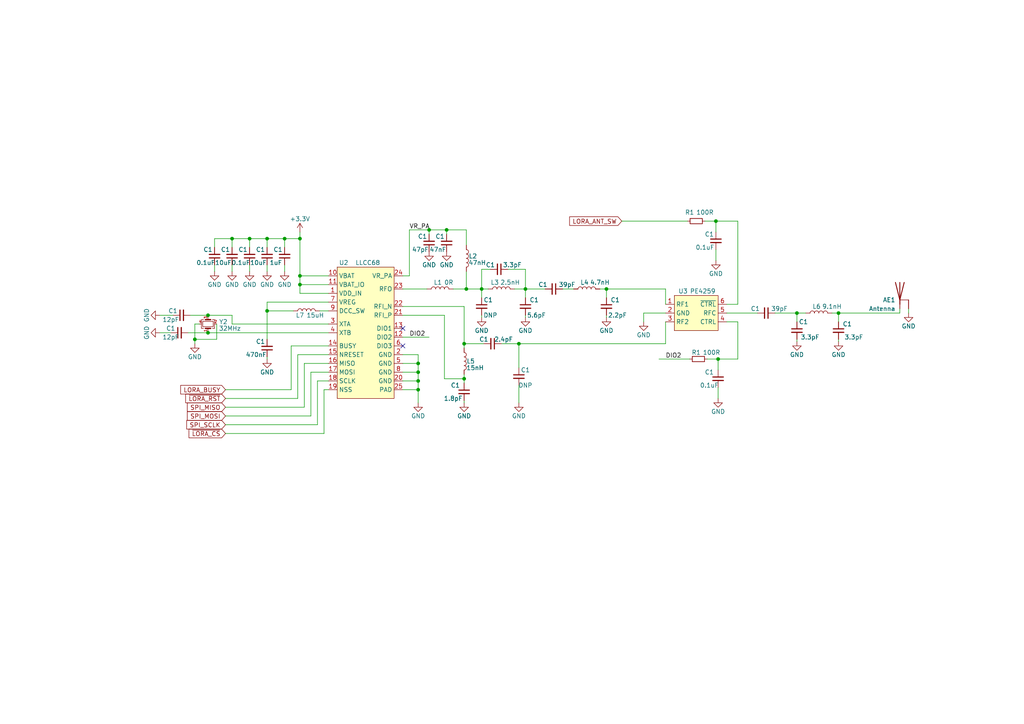
<source format=kicad_sch>
(kicad_sch (version 20230121) (generator eeschema)
  (paper "A4")
  (lib_symbols
    (symbol "Device:Antenna" (pin_numbers hide) (pin_names (offset 1.016) hide)
      (property "Reference" "AE1" (at 1.27 -2.54 0))
      (property "Value" "Antenna" (at 1.27 -5.08 0))
      (symbol "Antenna_0_1"
        (polyline (pts (xy -2.54 -2.54) (xy 0 -2.54)))
        (polyline (pts (xy 0 2.54) (xy 0 -3.81)) (stroke (width 0.254)))
        (polyline (pts (xy 1.27 2.54) (xy 0 -2.54) (xy -1.27 2.54)) (stroke (width 0.254)))
      )
      (symbol "Antenna_1_1"
        (pin input line (at 0 -5.08 90) (length 2.54) (name "A") (number "1"))
        (pin input line (at -2.54 -5.08 90) (length 2.54) (name "GND") (number "2"))
      )
    )
    (symbol "Device:C_Small" (pin_numbers hide) (pin_names (offset 0.254) hide)
      (property "Reference" "C" (at 0.254 1.778 0))
      (property "Value" "C_Small" (at 0.254 -2.032 0))
      (symbol "C_Small_0_1"
        (polyline (pts (xy -1.524 -0.508) (xy 1.524 -0.508)) (stroke (width 0.3302)))
        (polyline (pts (xy -1.524 0.508) (xy 1.524 0.508)) (stroke (width 0.3048)))
      )
      (symbol "C_Small_1_1"
        (pin passive line (at 0 2.54 270) (length 2.032) (name "~") (number "1"))
        (pin passive line (at 0 -2.54 90) (length 2.032) (name "~") (number "2"))
      )
    )
    (symbol "Device:Crystal_GND23_Small" (pin_names (offset 1.016) hide)
      (property "Reference" "Y2" (at 3.81 3.81 90))
      (property "Value" "32MHz" (at 0 6.35 90))
      (symbol "Crystal_GND23_Small_0_1"
        (rectangle (start -0.762 -1.524) (end 0.762 1.524))
        (polyline (pts (xy -1.27 -0.762) (xy -1.27 0.762)) (stroke (width 0.381)))
        (polyline (pts (xy 1.27 -0.762) (xy 1.27 0.762)) (stroke (width 0.381)))
        (polyline (pts (xy -1.27 -1.27) (xy -1.27 -1.905) (xy 1.27 -1.905) (xy 1.27 -1.27)))
        (polyline (pts (xy -1.27 1.27) (xy -1.27 1.905) (xy 1.27 1.905) (xy 1.27 1.27)))
      )
      (symbol "Crystal_GND23_Small_1_1"
        (pin passive line (at -2.54 0 0) (length 1.27) (name "1") (number "1"))
        (pin passive line (at 0 -2.54 90) (length 0.635) (name "2") (number "2"))
        (pin passive line (at 2.54 0 180) (length 1.27) (name "3") (number "3"))
        (pin passive line (at 0 2.54 270) (length 0.635) (name "4") (number "4"))
      )
    )
    (symbol "Device:L" (pin_numbers hide) (pin_names (offset 1.016) hide)
      (property "Reference" "L" (at -1.27 0 90))
      (property "Value" "L" (at 1.905 0 90))
      (symbol "L_0_1"
        (arc (start 0 -2.54) (mid 0.6323 -1.905) (end 0 -1.27))
        (arc (start 0 -1.27) (mid 0.6323 -0.635) (end 0 0))
        (arc (start 0 0) (mid 0.6323 0.635) (end 0 1.27))
        (arc (start 0 1.27) (mid 0.6323 1.905) (end 0 2.54))
      )
      (symbol "L_1_1"
        (pin passive line (at 0 3.81 270) (length 1.27) (name "1") (number "1"))
        (pin passive line (at 0 -3.81 90) (length 1.27) (name "2") (number "2"))
      )
    )
    (symbol "Device:R_Small" (pin_numbers hide) (pin_names (offset 0.254) hide)
      (property "Reference" "R" (at 0.762 0.508 0))
      (property "Value" "R_Small" (at 0.762 -1.016 0))
      (symbol "R_Small_0_1"
        (rectangle (start -0.762 1.778) (end 0.762 -1.778) (stroke (width 0.2032)))
      )
      (symbol "R_Small_1_1"
        (pin passive line (at 0 2.54 270) (length 0.762) (name "~") (number "1"))
        (pin passive line (at 0 -2.54 90) (length 0.762) (name "~") (number "2"))
      )
    )
    (symbol "kiCadLib:LLCC68"
      (property "Reference" "U2" (at 1.905 39.37 0))
      (property "Value" "LLCC68" (at 8.89 39.37 0))
      (symbol "LLCC68_1_1"
        (rectangle (start 0 38.1) (end 16.51 0) (fill (type background)))
        (pin input line (at -2.54 30.48 0) (length 2.54) (name "VDD_IN") (number "1"))
        (pin input line (at -2.54 35.56 0) (length 2.54) (name "VBAT") (number "10"))
        (pin input line (at -2.54 33.02 0) (length 2.54) (name "VBAT_IO") (number "11"))
        (pin input line (at 19.05 17.78 180) (length 2.54) (name "DIO2") (number "12"))
        (pin input line (at 19.05 20.32 180) (length 2.54) (name "DIO1") (number "13"))
        (pin input line (at -2.54 15.24 0) (length 2.54) (name "BUSY") (number "14"))
        (pin input line (at -2.54 12.7 0) (length 2.54) (name "NRESET") (number "15"))
        (pin input line (at -2.54 10.16 0) (length 2.54) (name "MISO") (number "16"))
        (pin input line (at -2.54 7.62 0) (length 2.54) (name "MOSI") (number "17"))
        (pin input line (at -2.54 5.08 0) (length 2.54) (name "SCLK") (number "18"))
        (pin input line (at -2.54 2.54 0) (length 2.54) (name "NSS") (number "19"))
        (pin input line (at 19.05 12.7 180) (length 2.54) (name "GND") (number "2"))
        (pin input line (at 19.05 5.08 180) (length 2.54) (name "GND") (number "20"))
        (pin input line (at 19.05 24.13 180) (length 2.54) (name "RFI_P") (number "21"))
        (pin input line (at 19.05 26.67 180) (length 2.54) (name "RFI_N") (number "22"))
        (pin input line (at 19.05 31.75 180) (length 2.54) (name "RFO") (number "23"))
        (pin input line (at 19.05 35.56 180) (length 2.54) (name "VR_PA") (number "24"))
        (pin input line (at 19.05 2.54 180) (length 2.54) (name "PAD") (number "25"))
        (pin input line (at -2.54 21.59 0) (length 2.54) (name "XTA") (number "3"))
        (pin output line (at -2.54 19.05 0) (length 2.54) (name "XTB") (number "4"))
        (pin input line (at 19.05 10.16 180) (length 2.54) (name "GND") (number "5"))
        (pin input line (at 19.05 15.24 180) (length 2.54) (name "DIO3") (number "6"))
        (pin input line (at -2.54 27.94 0) (length 2.54) (name "VREG") (number "7"))
        (pin input line (at 19.05 7.62 180) (length 2.54) (name "GND") (number "8"))
        (pin input line (at -2.54 25.4 0) (length 2.54) (name "DCC_SW") (number "9"))
      )
    )
    (symbol "kiCadLib:PE4259"
      (property "Reference" "U3" (at 6.35 12.7 0))
      (property "Value" "~" (at 0 1.27 0))
      (symbol "PE4259_1_1"
        (polyline (pts (xy 0 10.16) (xy 12.7 10.16) (xy 12.7 0) (xy 0 0) (xy 0 10.16)) (fill (type background)))
        (pin input line (at -2.54 7.62 0) (length 2.54) (name "RF1") (number "1"))
        (pin input line (at -2.54 5.08 0) (length 2.54) (name "GND") (number "2"))
        (pin input line (at -2.54 2.54 0) (length 2.54) (name "RF2") (number "3"))
        (pin input line (at 15.24 2.54 180) (length 2.54) (name "CTRL") (number "4"))
        (pin input line (at 15.24 5.08 180) (length 2.54) (name "RFC") (number "5"))
        (pin input line (at 15.24 7.62 180) (length 2.54) (name "~{CTRL}") (number "6"))
      )
    )
    (symbol "power:+3.3V" (power) (pin_names (offset 0))
      (property "Value" "+3.3V" (at 0 3.556 0))
      (symbol "+3.3V_0_1"
        (polyline (pts (xy -0.762 1.27) (xy 0 2.54)))
        (polyline (pts (xy 0 0) (xy 0 2.54)))
        (polyline (pts (xy 0 2.54) (xy 0.762 1.27)))
      )
      (symbol "+3.3V_1_1"
        (pin power_in line (at 0 0 90) (length 0) hide (name "+3.3V") (number "1"))
      )
    )
    (symbol "power:GND" (power) (pin_names (offset 0))
      (property "Value" "GND" (at 0 -3.81 0))
      (symbol "GND_0_1"
        (polyline (pts (xy 0 0) (xy 0 -1.27) (xy 1.27 -1.27) (xy 0 -2.54) (xy -1.27 -1.27) (xy 0 -1.27)))
      )
      (symbol "GND_1_1"
        (pin power_in line (at 0 0 270) (length 0) hide (name "GND") (number "1"))
      )
    )
  )
  (junction (at 121.285 107.95))
  (junction (at 121.285 113.03))
  (junction (at 139.7 83.82))
  (junction (at 175.895 83.82))
  (junction (at 121.285 110.49))
  (junction (at 135.255 83.82))
  (junction (at 150.495 99.695))
  (junction (at 207.645 64.135))
  (junction (at 60.325 96.52))
  (junction (at 72.39 69.215))
  (junction (at 77.47 69.215))
  (junction (at 77.47 90.17))
  (junction (at 60.325 91.44))
  (junction (at 231.14 90.805))
  (junction (at 56.515 98.425))
  (junction (at 67.31 69.215))
  (junction (at 82.55 69.215))
  (junction (at 134.62 99.695))
  (junction (at 86.995 82.55))
  (junction (at 124.46 66.675))
  (junction (at 134.62 109.855))
  (junction (at 243.205 90.805))
  (junction (at 208.28 104.14))
  (junction (at 86.995 80.01))
  (junction (at 86.995 69.215))
  (junction (at 152.4 83.82))
  (junction (at 129.54 66.675))
  (junction (at 121.285 105.41))
  (no_connect (at 116.84 100.33))
  (no_connect (at 116.84 95.25))
  (wire (pts (xy 88.265 105.41) (xy 88.265 118.11)))
  (wire (pts (xy 54.61 96.52) (xy 60.325 96.52)))
  (wire (pts (xy 139.7 83.82) (xy 139.7 86.36)))
  (wire (pts (xy 62.865 98.425) (xy 56.515 98.425)))
  (wire (pts (xy 128.905 109.855) (xy 134.62 109.855)))
  (wire (pts (xy 65.405 120.65) (xy 90.17 120.65)))
  (wire (pts (xy 82.55 78.74) (xy 82.55 76.835)))
  (wire (pts (xy 95.25 102.87) (xy 86.36 102.87)))
  (wire (pts (xy 210.82 90.805) (xy 219.71 90.805)))
  (wire (pts (xy 243.205 90.805) (xy 260.985 90.805)))
  (wire (pts (xy 77.47 90.17) (xy 77.47 98.425)))
  (wire (pts (xy 135.255 83.82) (xy 131.445 83.82)))
  (wire (pts (xy 95.25 85.09) (xy 86.995 85.09)))
  (wire (pts (xy 121.285 105.41) (xy 121.285 107.95)))
  (wire (pts (xy 152.4 83.82) (xy 149.225 83.82)))
  (wire (pts (xy 95.25 87.63) (xy 77.47 87.63)))
  (wire (pts (xy 121.285 107.95) (xy 121.285 110.49)))
  (wire (pts (xy 121.285 113.03) (xy 121.285 116.84)))
  (wire (pts (xy 121.285 110.49) (xy 121.285 113.03)))
  (wire (pts (xy 180.34 64.135) (xy 199.39 64.135)))
  (wire (pts (xy 95.25 105.41) (xy 88.265 105.41)))
  (wire (pts (xy 193.04 90.805) (xy 186.69 90.805)))
  (wire (pts (xy 152.4 78.105) (xy 152.4 83.82)))
  (wire (pts (xy 241.3 90.805) (xy 243.205 90.805)))
  (wire (pts (xy 77.47 90.17) (xy 85.09 90.17)))
  (wire (pts (xy 134.62 88.9) (xy 134.62 99.695)))
  (wire (pts (xy 135.255 66.675) (xy 135.255 71.12)))
  (wire (pts (xy 65.405 123.19) (xy 92.075 123.19)))
  (wire (pts (xy 213.995 88.265) (xy 213.995 64.135)))
  (wire (pts (xy 193.04 93.345) (xy 193.04 99.695)))
  (wire (pts (xy 116.84 113.03) (xy 121.285 113.03)))
  (wire (pts (xy 93.98 113.03) (xy 93.98 125.73)))
  (wire (pts (xy 86.995 69.215) (xy 86.995 67.31)))
  (wire (pts (xy 128.905 91.44) (xy 128.905 109.855)))
  (wire (pts (xy 224.79 90.805) (xy 231.14 90.805)))
  (wire (pts (xy 124.46 66.675) (xy 129.54 66.675)))
  (wire (pts (xy 67.31 78.74) (xy 67.31 76.835)))
  (wire (pts (xy 193.04 88.265) (xy 193.04 83.82)))
  (wire (pts (xy 231.14 99.06) (xy 231.14 98.425)))
  (wire (pts (xy 95.25 107.95) (xy 90.17 107.95)))
  (wire (pts (xy 213.995 104.14) (xy 208.28 104.14)))
  (wire (pts (xy 116.84 107.95) (xy 121.285 107.95)))
  (wire (pts (xy 56.515 99.695) (xy 56.515 98.425)))
  (wire (pts (xy 118.745 80.01) (xy 118.745 66.675)))
  (wire (pts (xy 55.245 91.44) (xy 60.325 91.44)))
  (wire (pts (xy 86.995 85.09) (xy 86.995 82.55)))
  (wire (pts (xy 56.515 98.425) (xy 56.515 93.98)))
  (wire (pts (xy 86.36 102.87) (xy 86.36 115.57)))
  (wire (pts (xy 175.895 92.075) (xy 175.895 91.44)))
  (wire (pts (xy 86.995 82.55) (xy 86.995 80.01)))
  (wire (pts (xy 150.495 116.84) (xy 150.495 111.76)))
  (wire (pts (xy 243.205 90.805) (xy 243.205 93.345)))
  (wire (pts (xy 118.745 66.675) (xy 124.46 66.675)))
  (wire (pts (xy 62.23 69.215) (xy 67.31 69.215)))
  (wire (pts (xy 139.7 92.075) (xy 139.7 91.44)))
  (wire (pts (xy 210.82 93.345) (xy 213.995 93.345)))
  (wire (pts (xy 134.62 99.695) (xy 134.62 100.965)))
  (wire (pts (xy 116.84 97.79) (xy 124.46 97.79)))
  (wire (pts (xy 86.995 80.01) (xy 86.995 69.215)))
  (wire (pts (xy 150.495 99.695) (xy 193.04 99.695)))
  (wire (pts (xy 134.62 116.84) (xy 134.62 116.205)))
  (wire (pts (xy 62.23 71.755) (xy 62.23 69.215)))
  (wire (pts (xy 186.69 90.805) (xy 186.69 93.345)))
  (wire (pts (xy 77.47 69.215) (xy 82.55 69.215)))
  (wire (pts (xy 260.985 89.535) (xy 260.985 90.805)))
  (wire (pts (xy 62.865 93.98) (xy 62.865 98.425)))
  (wire (pts (xy 208.28 104.14) (xy 208.28 107.315)))
  (wire (pts (xy 139.7 83.82) (xy 141.605 83.82)))
  (wire (pts (xy 116.84 102.87) (xy 121.285 102.87)))
  (wire (pts (xy 65.405 118.11) (xy 88.265 118.11)))
  (wire (pts (xy 134.62 111.125) (xy 134.62 109.855)))
  (wire (pts (xy 77.47 87.63) (xy 77.47 90.17)))
  (wire (pts (xy 231.14 93.345) (xy 231.14 90.805)))
  (wire (pts (xy 72.39 69.215) (xy 77.47 69.215)))
  (wire (pts (xy 95.25 93.98) (xy 67.31 93.98)))
  (wire (pts (xy 207.645 64.135) (xy 207.645 67.31)))
  (wire (pts (xy 207.645 64.135) (xy 213.995 64.135)))
  (wire (pts (xy 65.405 125.73) (xy 93.98 125.73)))
  (wire (pts (xy 116.84 80.01) (xy 118.745 80.01)))
  (wire (pts (xy 92.71 90.17) (xy 95.25 90.17)))
  (wire (pts (xy 152.4 92.075) (xy 152.4 91.44)))
  (wire (pts (xy 60.325 91.44) (xy 67.31 91.44)))
  (wire (pts (xy 208.28 115.57) (xy 208.28 112.395)))
  (wire (pts (xy 60.325 96.52) (xy 95.25 96.52)))
  (wire (pts (xy 173.99 83.82) (xy 175.895 83.82)))
  (wire (pts (xy 95.25 110.49) (xy 92.075 110.49)))
  (wire (pts (xy 175.895 83.82) (xy 175.895 86.36)))
  (wire (pts (xy 86.995 80.01) (xy 95.25 80.01)))
  (wire (pts (xy 72.39 78.74) (xy 72.39 76.835)))
  (wire (pts (xy 207.645 64.135) (xy 204.47 64.135)))
  (wire (pts (xy 213.995 93.345) (xy 213.995 104.14)))
  (wire (pts (xy 145.415 99.695) (xy 150.495 99.695)))
  (wire (pts (xy 139.7 78.105) (xy 142.24 78.105)))
  (wire (pts (xy 95.25 113.03) (xy 93.98 113.03)))
  (wire (pts (xy 90.17 107.95) (xy 90.17 120.65)))
  (wire (pts (xy 210.82 88.265) (xy 213.995 88.265)))
  (wire (pts (xy 134.62 99.695) (xy 140.335 99.695)))
  (wire (pts (xy 134.62 109.855) (xy 134.62 108.585)))
  (wire (pts (xy 147.32 78.105) (xy 152.4 78.105)))
  (wire (pts (xy 163.195 83.82) (xy 166.37 83.82)))
  (wire (pts (xy 84.455 100.33) (xy 95.25 100.33)))
  (wire (pts (xy 116.84 83.82) (xy 123.825 83.82)))
  (wire (pts (xy 116.84 105.41) (xy 121.285 105.41)))
  (wire (pts (xy 208.28 104.14) (xy 205.105 104.14)))
  (wire (pts (xy 86.995 82.55) (xy 95.25 82.55)))
  (wire (pts (xy 129.54 66.675) (xy 135.255 66.675)))
  (wire (pts (xy 116.84 88.9) (xy 134.62 88.9)))
  (wire (pts (xy 84.455 100.33) (xy 84.455 113.03)))
  (wire (pts (xy 150.495 99.695) (xy 150.495 106.68)))
  (wire (pts (xy 65.405 113.03) (xy 84.455 113.03)))
  (wire (pts (xy 62.23 78.74) (xy 62.23 76.835)))
  (wire (pts (xy 135.255 78.74) (xy 135.255 83.82)))
  (wire (pts (xy 67.31 69.215) (xy 72.39 69.215)))
  (wire (pts (xy 77.47 69.215) (xy 77.47 71.755)))
  (wire (pts (xy 56.515 93.98) (xy 57.785 93.98)))
  (wire (pts (xy 67.31 69.215) (xy 67.31 71.755)))
  (wire (pts (xy 263.525 89.535) (xy 263.525 90.805)))
  (wire (pts (xy 121.285 102.87) (xy 121.285 105.41)))
  (wire (pts (xy 207.645 75.565) (xy 207.645 72.39)))
  (wire (pts (xy 231.14 90.805) (xy 233.68 90.805)))
  (wire (pts (xy 77.47 104.14) (xy 77.47 103.505)))
  (wire (pts (xy 243.205 99.06) (xy 243.205 98.425)))
  (wire (pts (xy 139.7 78.105) (xy 139.7 83.82)))
  (wire (pts (xy 135.255 83.82) (xy 139.7 83.82)))
  (wire (pts (xy 65.405 115.57) (xy 86.36 115.57)))
  (wire (pts (xy 46.355 96.52) (xy 49.53 96.52)))
  (wire (pts (xy 116.84 110.49) (xy 121.285 110.49)))
  (wire (pts (xy 72.39 71.755) (xy 72.39 69.215)))
  (wire (pts (xy 152.4 83.82) (xy 152.4 86.36)))
  (wire (pts (xy 129.54 66.675) (xy 129.54 67.945)))
  (wire (pts (xy 128.905 91.44) (xy 116.84 91.44)))
  (wire (pts (xy 77.47 78.74) (xy 77.47 76.835)))
  (wire (pts (xy 82.55 69.215) (xy 86.995 69.215)))
  (wire (pts (xy 152.4 83.82) (xy 158.115 83.82)))
  (wire (pts (xy 82.55 69.215) (xy 82.55 71.755)))
  (wire (pts (xy 67.31 93.98) (xy 67.31 91.44)))
  (wire (pts (xy 92.075 110.49) (xy 92.075 123.19)))
  (wire (pts (xy 124.46 66.675) (xy 124.46 67.945)))
  (wire (pts (xy 191.135 104.14) (xy 200.025 104.14)))
  (wire (pts (xy 193.04 83.82) (xy 175.895 83.82)))
  (wire (pts (xy 46.355 91.44) (xy 50.165 91.44)))
  (label "DIO2" (at 118.745 97.79 0))
  (label "DIO2" (at 193.04 104.14 0))
  (label "VR_PA" (at 118.745 66.675 0))
  (global_label "SPI_MISO" (shape input) (at 65.405 118.11 180) (property "Intersheetrefs" "${INTERSHEET_REFS}" (effects hide)))
  (global_label "LORA_BUSY" (shape input) (at 65.405 113.03 180) (property "Intersheetrefs" "${INTERSHEET_REFS}" (effects hide)))
  (global_label "~{LORA_CS}" (shape input) (at 65.405 125.73 180) (property "Intersheetrefs" "${INTERSHEET_REFS}" (effects hide)))
  (global_label "~{LORA_RST}" (shape input) (at 65.405 115.57 180) (property "Intersheetrefs" "${INTERSHEET_REFS}" (effects hide)))
  (global_label "SPI_MOSI" (shape input) (at 65.405 120.65 180) (property "Intersheetrefs" "${INTERSHEET_REFS}" (effects hide)))
  (global_label "LORA_ANT_SW" (shape input) (at 180.34 64.135 180) (property "Intersheetrefs" "${INTERSHEET_REFS}" (effects hide)))
  (global_label "SPI_SCLK" (shape input) (at 65.405 123.19 180) (property "Intersheetrefs" "${INTERSHEET_REFS}" (effects hide)))
  (symbol (lib_id "Device:C_Small") (at 231.14 95.885 0) (unit 1)
    (property "Reference" "C1" (at 233.045 93.345 0))
    (property "Value" "3.3pF" (at 234.95 97.79 0))
    (property "Footprint" "Capacitor_SMD:C_0201_0603Metric_Pad0.64x0.40mm_HandSolder" (effects hide))
    (instances (project "node_v0.1" (path "" (reference "C1") (unit 1)) (path "" (reference "C20") (unit 1))))
  )
  (symbol (lib_id "power:GND") (at 56.515 99.695 0) (unit 1)
    (property "Reference" "#PWR010" (effects hide))
    (property "Value" "GND" (at 56.515 103.505 0))
    (instances (project "node_v0.1" (path "" (reference "#PWR010") (unit 1)) (path "" (reference "#PWR040") (unit 1))))
  )
  (symbol (lib_id "Device:C_Small") (at 139.7 88.9 0) (unit 1)
    (property "Reference" "C1" (at 141.605 86.995 0))
    (property "Value" "DNP" (at 142.24 91.44 0))
    (property "Footprint" "Capacitor_SMD:C_0201_0603Metric_Pad0.64x0.40mm_HandSolder" (effects hide))
    (instances (project "node_v0.1" (path "" (reference "C1") (unit 1)) (path "" (reference "C9") (unit 1))))
  )
  (symbol (lib_id "power:GND") (at 67.31 78.74 0) (unit 1)
    (property "Reference" "#PWR010" (effects hide))
    (property "Value" "GND" (at 67.31 82.55 0))
    (instances (project "node_v0.1" (path "" (reference "#PWR010") (unit 1)) (path "" (reference "#PWR046") (unit 1))))
  )
  (symbol (lib_id "power:GND") (at 139.7 92.075 0) (unit 1)
    (property "Reference" "#PWR010" (effects hide))
    (property "Value" "GND" (at 139.7 95.885 0))
    (instances (project "node_v0.1" (path "" (reference "#PWR010") (unit 1)) (path "" (reference "#PWR020") (unit 1))))
  )
  (symbol (lib_id "Device:C_Small") (at 129.54 70.485 180) (unit 1)
    (property "Reference" "C1" (at 127.635 68.58 0))
    (property "Value" "47nF" (at 127 72.39 0))
    (property "Footprint" "Capacitor_SMD:C_0402_1005Metric" (effects hide))
    (instances (project "node_v0.1" (path "" (reference "C1") (unit 1)) (path "" (reference "C7") (unit 1))))
  )
  (symbol (lib_id "power:GND") (at 82.55 78.74 0) (unit 1)
    (property "Reference" "#PWR010" (effects hide))
    (property "Value" "GND" (at 82.55 82.55 0))
    (instances (project "node_v0.1" (path "" (reference "#PWR010") (unit 1)) (path "" (reference "#PWR032") (unit 1))))
  )
  (symbol (lib_id "Device:R_Small") (at 201.93 64.135 90) (unit 1)
    (property "Reference" "R1" (at 200.025 61.595 90))
    (property "Value" "100R" (at 204.47 61.595 90))
    (property "Footprint" "Resistor_SMD:R_0402_1005Metric" (effects hide))
    (instances (project "node_v0.1" (path "" (reference "R1") (unit 1)) (path "" (reference "R4") (unit 1))))
  )
  (symbol (lib_id "power:GND") (at 208.28 115.57 0) (unit 1)
    (property "Reference" "#PWR010" (effects hide))
    (property "Value" "GND" (at 208.28 119.38 0))
    (instances (project "node_v0.1" (path "" (reference "#PWR010") (unit 1)) (path "" (reference "#PWR026") (unit 1))))
  )
  (symbol (lib_id "Device:C_Small") (at 160.655 83.82 270) (unit 1)
    (property "Reference" "C1" (at 157.48 82.55 90))
    (property "Value" "39pF" (at 164.465 82.55 90))
    (property "Footprint" "Capacitor_SMD:C_0201_0603Metric_Pad0.64x0.40mm_HandSolder" (effects hide))
    (instances (project "node_v0.1" (path "" (reference "C1") (unit 1)) (path "" (reference "C11") (unit 1))))
  )
  (symbol (lib_id "Device:C_Small") (at 77.47 74.295 180) (unit 1)
    (property "Reference" "C1" (at 75.565 72.39 0))
    (property "Value" "10uF" (at 74.93 76.2 0))
    (property "Footprint" "Capacitor_SMD:C_0603_1608Metric_Pad1.08x0.95mm_HandSolder" (effects hide))
    (instances (project "node_v0.1" (path "" (reference "C1") (unit 1)) (path "" (reference "C23") (unit 1))))
  )
  (symbol (lib_id "Device:C_Small") (at 142.875 99.695 270) (unit 1)
    (property "Reference" "C1" (at 140.335 98.425 90))
    (property "Value" "2.4pF" (at 146.05 98.425 90))
    (property "Footprint" "Capacitor_SMD:C_0201_0603Metric_Pad0.64x0.40mm_HandSolder" (effects hide))
    (instances (project "node_v0.1" (path "" (reference "C1") (unit 1)) (path "" (reference "C14") (unit 1))))
  )
  (symbol (lib_id "power:GND") (at 72.39 78.74 0) (unit 1)
    (property "Reference" "#PWR010" (effects hide))
    (property "Value" "GND" (at 72.39 82.55 0))
    (instances (project "node_v0.1" (path "" (reference "#PWR010") (unit 1)) (path "" (reference "#PWR034") (unit 1))))
  )
  (symbol (lib_id "Device:L") (at 135.255 74.93 0) (unit 1)
    (property "Reference" "L2" (at 137.16 74.295 0))
    (property "Value" "47nH" (at 138.43 76.2 0))
    (property "Footprint" "Inductor_SMD:L_0402_1005Metric_Pad0.77x0.64mm_HandSolder" (effects hide))
  )
  (symbol (lib_id "Device:C_Small") (at 144.78 78.105 270) (unit 1)
    (property "Reference" "C1" (at 142.24 76.835 90))
    (property "Value" "3.3pF" (at 148.59 76.835 90))
    (property "Footprint" "Capacitor_SMD:C_0201_0603Metric_Pad0.64x0.40mm_HandSolder" (effects hide))
    (instances (project "node_v0.1" (path "" (reference "C1") (unit 1)) (path "" (reference "C8") (unit 1))))
  )
  (symbol (lib_id "power:+3.3V") (at 86.995 67.31 0) (unit 1)
    (property "Reference" "#PWR03" (effects hide))
    (property "Value" "+3.3V" (at 86.995 63.5 0))
    (instances (project "node_v0.1" (path "" (reference "#PWR03") (unit 1)) (path "" (reference "#PWR030") (unit 1))))
  )
  (symbol (lib_id "Device:C_Small") (at 243.205 95.885 0) (unit 1)
    (property "Reference" "C1" (at 245.745 93.98 0))
    (property "Value" "3.3pF" (at 247.65 97.79 0))
    (property "Footprint" "Capacitor_SMD:C_0201_0603Metric_Pad0.64x0.40mm_HandSolder" (effects hide))
    (instances (project "node_v0.1" (path "" (reference "C1") (unit 1)) (path "" (reference "C19") (unit 1))))
  )
  (symbol (lib_id "power:GND") (at 175.895 92.075 0) (unit 1)
    (property "Reference" "#PWR010" (effects hide))
    (property "Value" "GND" (at 175.895 95.885 0))
    (instances (project "node_v0.1" (path "" (reference "#PWR010") (unit 1)) (path "" (reference "#PWR022") (unit 1))))
  )
  (symbol (lib_id "Device:L") (at 145.415 83.82 90) (unit 1)
    (property "Reference" "L3" (at 143.51 81.915 90))
    (property "Value" "2.5nH" (at 147.955 81.915 90))
    (property "Footprint" "Inductor_SMD:L_0201_0603Metric_Pad0.64x0.40mm_HandSolder" (effects hide))
  )
  (symbol (lib_id "power:GND") (at 150.495 116.84 0) (unit 1)
    (property "Reference" "#PWR010" (effects hide))
    (property "Value" "GND" (at 150.495 120.65 0))
    (instances (project "node_v0.1" (path "" (reference "#PWR010") (unit 1)) (path "" (reference "#PWR024") (unit 1))))
  )
  (symbol (lib_id "power:GND") (at 46.355 96.52 270) (unit 1)
    (property "Reference" "#PWR010" (effects hide))
    (property "Value" "GND" (at 42.545 96.52 0))
    (instances (project "node_v0.1" (path "" (reference "#PWR010") (unit 1)) (path "" (reference "#PWR017") (unit 1))))
  )
  (symbol (lib_id "Device:C_Small") (at 134.62 113.665 0) (unit 1)
    (property "Reference" "C1" (at 132.08 111.76 0))
    (property "Value" "1.8pF" (at 131.445 115.57 0))
    (property "Footprint" "Capacitor_SMD:C_0402_1005Metric" (effects hide))
    (instances (project "node_v0.1" (path "" (reference "C1") (unit 1)) (path "" (reference "C13") (unit 1))))
  )
  (symbol (lib_id "Device:Antenna") (at 260.985 84.455 0) (mirror y) (unit 1)
    (property "Reference" "AE1" (at 259.715 86.995 0) (effects (justify left)))
    (property "Value" "Antenna" (at 259.715 89.535 0) (effects (justify left)))
    (property "Footprint" "kiCadPcbLib:CONN_142-0701-301_CIN" (effects hide))
  )
  (symbol (lib_id "power:GND") (at 263.525 90.805 0) (unit 1)
    (property "Reference" "#PWR010" (effects hide))
    (property "Value" "GND" (at 263.525 94.615 0))
    (instances (project "node_v0.1" (path "" (reference "#PWR010") (unit 1)) (path "" (reference "#PWR039") (unit 1))))
  )
  (symbol (lib_id "kiCadLib:LLCC68") (at 97.79 115.57 0) (unit 1)
    (property "Reference" "U2" (at 99.695 76.2 0))
    (property "Value" "LLCC68" (at 106.68 76.2 0))
    (property "Footprint" "kiCadPcbLib:LLCC68" (effects hide))
  )
  (symbol (lib_id "Device:C_Small") (at 62.23 74.295 180) (unit 1)
    (property "Reference" "C1" (at 60.325 72.39 0))
    (property "Value" "0.1uF" (at 59.69 76.2 0))
    (property "Footprint" "Capacitor_SMD:C_0402_1005Metric" (effects hide))
    (instances (project "node_v0.1" (path "" (reference "C1") (unit 1)) (path "" (reference "C32") (unit 1))))
  )
  (symbol (lib_id "Device:C_Small") (at 77.47 100.965 180) (unit 1)
    (property "Reference" "C1" (at 75.565 99.06 0))
    (property "Value" "470nF" (at 74.295 102.87 0))
    (property "Footprint" "Capacitor_SMD:C_0402_1005Metric" (effects hide))
    (instances (project "node_v0.1" (path "" (reference "C1") (unit 1)) (path "" (reference "C21") (unit 1))))
  )
  (symbol (lib_id "Device:C_Small") (at 52.705 91.44 90) (unit 1)
    (property "Reference" "C1" (at 50.165 90.17 90))
    (property "Value" "12pF" (at 49.53 92.71 90))
    (property "Footprint" "Capacitor_SMD:C_0402_1005Metric" (effects hide))
    (instances (project "node_v0.1" (path "" (reference "C1") (unit 1)) (path "" (reference "C4") (unit 1))))
  )
  (symbol (lib_id "Device:C_Small") (at 52.07 96.52 90) (unit 1)
    (property "Reference" "C1" (at 49.53 95.25 90))
    (property "Value" "12pF" (at 49.53 97.79 90))
    (property "Footprint" "Capacitor_SMD:C_0402_1005Metric" (effects hide))
    (instances (project "node_v0.1" (path "" (reference "C1") (unit 1)) (path "" (reference "C5") (unit 1))))
  )
  (symbol (lib_id "power:GND") (at 186.69 93.345 0) (unit 1)
    (property "Reference" "#PWR010" (effects hide))
    (property "Value" "GND" (at 186.69 97.155 0))
    (instances (project "node_v0.1" (path "" (reference "#PWR010") (unit 1)) (path "" (reference "#PWR025") (unit 1))))
  )
  (symbol (lib_id "Device:C_Small") (at 208.28 109.855 0) (unit 1)
    (property "Reference" "C1" (at 205.74 107.95 0))
    (property "Value" "0.1uF" (at 205.74 111.76 0))
    (property "Footprint" "Capacitor_SMD:C_0402_1005Metric" (effects hide))
    (instances (project "node_v0.1" (path "" (reference "C1") (unit 1)) (path "" (reference "C16") (unit 1))))
  )
  (symbol (lib_id "Device:Crystal_GND23_Small") (at 60.325 93.98 90) (unit 1)
    (property "Reference" "Y2" (at 64.77 93.345 90))
    (property "Value" "32MHz" (at 66.675 95.25 90))
    (property "Footprint" "Crystal:Crystal_SMD_2520-4Pin_2.5x2.0mm" (effects hide))
  )
  (symbol (lib_id "power:GND") (at 243.205 99.06 0) (unit 1)
    (property "Reference" "#PWR010" (effects hide))
    (property "Value" "GND" (at 243.205 102.87 0))
    (instances (project "node_v0.1" (path "" (reference "#PWR010") (unit 1)) (path "" (reference "#PWR028") (unit 1))))
  )
  (symbol (lib_id "Device:L") (at 237.49 90.805 90) (unit 1)
    (property "Reference" "L6" (at 236.855 88.9 90))
    (property "Value" "9.1nH" (at 241.3 88.9 90))
    (property "Footprint" "Inductor_SMD:L_0201_0603Metric_Pad0.64x0.40mm_HandSolder" (effects hide))
  )
  (symbol (lib_id "kiCadLib:PE4259") (at 195.58 95.885 0) (unit 1)
    (property "Reference" "U3" (at 198.12 84.455 0))
    (property "Value" "PE4259" (at 203.835 84.455 0))
    (property "Footprint" "Package_TO_SOT_SMD:SOT-363_SC-70-6" (effects hide))
  )
  (symbol (lib_id "Device:C_Small") (at 82.55 74.295 180) (unit 1)
    (property "Reference" "C1" (at 80.645 72.39 0))
    (property "Value" "1uF" (at 80.01 76.2 0))
    (property "Footprint" "Capacitor_SMD:C_0603_1608Metric_Pad1.08x0.95mm_HandSolder" (effects hide))
    (instances (project "node_v0.1" (path "" (reference "C1") (unit 1)) (path "" (reference "C22") (unit 1))))
  )
  (symbol (lib_id "power:GND") (at 62.23 78.74 0) (unit 1)
    (property "Reference" "#PWR010" (effects hide))
    (property "Value" "GND" (at 62.23 82.55 0))
    (instances (project "node_v0.1" (path "" (reference "#PWR010") (unit 1)) (path "" (reference "#PWR045") (unit 1))))
  )
  (symbol (lib_id "power:GND") (at 231.14 99.06 0) (unit 1)
    (property "Reference" "#PWR010" (effects hide))
    (property "Value" "GND" (at 231.14 102.87 0))
    (instances (project "node_v0.1" (path "" (reference "#PWR010") (unit 1)) (path "" (reference "#PWR029") (unit 1))))
  )
  (symbol (lib_id "Device:C_Small") (at 207.645 69.85 0) (unit 1)
    (property "Reference" "C1" (at 205.74 67.945 0))
    (property "Value" "0.1uF" (at 204.47 71.755 0))
    (property "Footprint" "Capacitor_SMD:C_0402_1005Metric" (effects hide))
    (instances (project "node_v0.1" (path "" (reference "C1") (unit 1)) (path "" (reference "C17") (unit 1))))
  )
  (symbol (lib_id "power:GND") (at 207.645 75.565 0) (unit 1)
    (property "Reference" "#PWR010" (effects hide))
    (property "Value" "GND" (at 207.645 79.375 0))
    (instances (project "node_v0.1" (path "" (reference "#PWR010") (unit 1)) (path "" (reference "#PWR027") (unit 1))))
  )
  (symbol (lib_id "Device:R_Small") (at 202.565 104.14 90) (unit 1)
    (property "Reference" "R1" (at 201.93 102.235 90))
    (property "Value" "100R" (at 206.375 102.235 90))
    (property "Footprint" "Resistor_SMD:R_0402_1005Metric" (effects hide))
    (instances (project "node_v0.1" (path "" (reference "R1") (unit 1)) (path "" (reference "R3") (unit 1))))
  )
  (symbol (lib_id "power:GND") (at 46.355 91.44 270) (unit 1)
    (property "Reference" "#PWR010" (effects hide))
    (property "Value" "GND" (at 42.545 91.44 0))
    (instances (project "node_v0.1" (path "" (reference "#PWR010") (unit 1)) (path "" (reference "#PWR016") (unit 1))))
  )
  (symbol (lib_id "Device:C_Small") (at 175.895 88.9 0) (unit 1)
    (property "Reference" "C1" (at 178.435 86.995 0))
    (property "Value" "2.2pF" (at 179.07 91.44 0))
    (property "Footprint" "Capacitor_SMD:C_0201_0603Metric_Pad0.64x0.40mm_HandSolder" (effects hide))
    (instances (project "node_v0.1" (path "" (reference "C1") (unit 1)) (path "" (reference "C12") (unit 1))))
  )
  (symbol (lib_id "power:GND") (at 77.47 104.14 0) (unit 1)
    (property "Reference" "#PWR010" (effects hide))
    (property "Value" "GND" (at 77.47 107.95 0))
    (instances (project "node_v0.1" (path "" (reference "#PWR010") (unit 1)) (path "" (reference "#PWR031") (unit 1))))
  )
  (symbol (lib_id "Device:L") (at 127.635 83.82 90) (unit 1)
    (property "Reference" "L1" (at 127 81.915 90))
    (property "Value" "0R" (at 130.175 81.915 90))
    (property "Footprint" "Inductor_SMD:L_0201_0603Metric_Pad0.64x0.40mm_HandSolder" (effects hide))
  )
  (symbol (lib_id "Device:C_Small") (at 124.46 70.485 180) (unit 1)
    (property "Reference" "C1" (at 122.555 68.58 0))
    (property "Value" "47pF" (at 121.92 72.39 0))
    (property "Footprint" "Capacitor_SMD:C_0402_1005Metric" (effects hide))
    (instances (project "node_v0.1" (path "" (reference "C1") (unit 1)) (path "" (reference "C6") (unit 1))))
  )
  (symbol (lib_id "power:GND") (at 77.47 78.74 0) (unit 1)
    (property "Reference" "#PWR010" (effects hide))
    (property "Value" "GND" (at 77.47 82.55 0))
    (instances (project "node_v0.1" (path "" (reference "#PWR010") (unit 1)) (path "" (reference "#PWR033") (unit 1))))
  )
  (symbol (lib_id "Device:L") (at 134.62 104.775 0) (unit 1)
    (property "Reference" "L5" (at 136.525 104.775 0))
    (property "Value" "15nH" (at 137.795 106.68 0))
    (property "Footprint" "Inductor_SMD:L_0201_0603Metric_Pad0.64x0.40mm_HandSolder" (effects hide))
  )
  (symbol (lib_id "power:GND") (at 124.46 73.025 0) (unit 1)
    (property "Reference" "#PWR010" (effects hide))
    (property "Value" "GND" (at 124.46 76.835 0))
    (instances (project "node_v0.1" (path "" (reference "#PWR010") (unit 1)) (path "" (reference "#PWR018") (unit 1))))
  )
  (symbol (lib_id "Device:C_Small") (at 67.31 74.295 180) (unit 1)
    (property "Reference" "C1" (at 65.405 72.39 0))
    (property "Value" "10uF" (at 64.77 76.2 0))
    (property "Footprint" "Capacitor_SMD:C_0603_1608Metric_Pad1.08x0.95mm_HandSolder" (effects hide))
    (instances (project "node_v0.1" (path "" (reference "C1") (unit 1)) (path "" (reference "C33") (unit 1))))
  )
  (symbol (lib_id "Device:C_Small") (at 72.39 74.295 180) (unit 1)
    (property "Reference" "C1" (at 70.485 72.39 0))
    (property "Value" "0.1uF" (at 69.85 76.2 0))
    (property "Footprint" "Capacitor_SMD:C_0402_1005Metric" (effects hide))
    (instances (project "node_v0.1" (path "" (reference "C1") (unit 1)) (path "" (reference "C24") (unit 1))))
  )
  (symbol (lib_id "Device:L") (at 170.18 83.82 90) (unit 1)
    (property "Reference" "L4" (at 169.545 81.915 90))
    (property "Value" "4.7nH" (at 173.99 81.915 90))
    (property "Footprint" "Inductor_SMD:L_0201_0603Metric_Pad0.64x0.40mm_HandSolder" (effects hide))
  )
  (symbol (lib_id "Device:C_Small") (at 150.495 109.22 0) (unit 1)
    (property "Reference" "C1" (at 152.4 107.315 0))
    (property "Value" "DNP" (at 152.4 111.76 0))
    (property "Footprint" "Capacitor_SMD:C_0201_0603Metric_Pad0.64x0.40mm_HandSolder" (effects hide))
    (instances (project "node_v0.1" (path "" (reference "C1") (unit 1)) (path "" (reference "C15") (unit 1))))
  )
  (symbol (lib_id "power:GND") (at 152.4 92.075 0) (unit 1)
    (property "Reference" "#PWR010" (effects hide))
    (property "Value" "GND" (at 152.4 95.885 0))
    (instances (project "node_v0.1" (path "" (reference "#PWR010") (unit 1)) (path "" (reference "#PWR021") (unit 1))))
  )
  (symbol (lib_id "power:GND") (at 121.285 116.84 0) (unit 1)
    (property "Reference" "#PWR010" (effects hide))
    (property "Value" "GND" (at 121.285 120.65 0))
    (instances (project "node_v0.1" (path "" (reference "#PWR010") (unit 1)) (path "" (reference "#PWR015") (unit 1))))
  )
  (symbol (lib_id "power:GND") (at 129.54 73.025 0) (unit 1)
    (property "Reference" "#PWR010" (effects hide))
    (property "Value" "GND" (at 129.54 76.835 0))
    (instances (project "node_v0.1" (path "" (reference "#PWR010") (unit 1)) (path "" (reference "#PWR019") (unit 1))))
  )
  (symbol (lib_id "Device:L") (at 88.9 90.17 90) (unit 1)
    (property "Reference" "L7" (at 86.995 91.44 90))
    (property "Value" "15uH" (at 91.44 91.44 90))
    (property "Footprint" "Inductor_SMD:L_Taiyo-Yuden_MD-2020" (effects hide))
  )
  (symbol (lib_id "Device:C_Small") (at 222.25 90.805 270) (unit 1)
    (property "Reference" "C1" (at 219.075 89.535 90))
    (property "Value" "39pF" (at 226.06 89.535 90))
    (property "Footprint" "Capacitor_SMD:C_0201_0603Metric_Pad0.64x0.40mm_HandSolder" (effects hide))
    (instances (project "node_v0.1" (path "" (reference "C1") (unit 1)) (path "" (reference "C18") (unit 1))))
  )
  (symbol (lib_id "Device:C_Small") (at 152.4 88.9 0) (unit 1)
    (property "Reference" "C1" (at 154.94 86.995 0))
    (property "Value" "5.6pF" (at 155.575 91.44 0))
    (property "Footprint" "Capacitor_SMD:C_0201_0603Metric_Pad0.64x0.40mm_HandSolder" (effects hide))
    (instances (project "node_v0.1" (path "" (reference "C1") (unit 1)) (path "" (reference "C10") (unit 1))))
  )
  (symbol (lib_id "power:GND") (at 134.62 116.84 0) (unit 1)
    (property "Reference" "#PWR010" (effects hide))
    (property "Value" "GND" (at 134.62 120.65 0))
    (instances (project "node_v0.1" (path "" (reference "#PWR010") (unit 1)) (path "" (reference "#PWR023") (unit 1))))
  )
)
</source>
